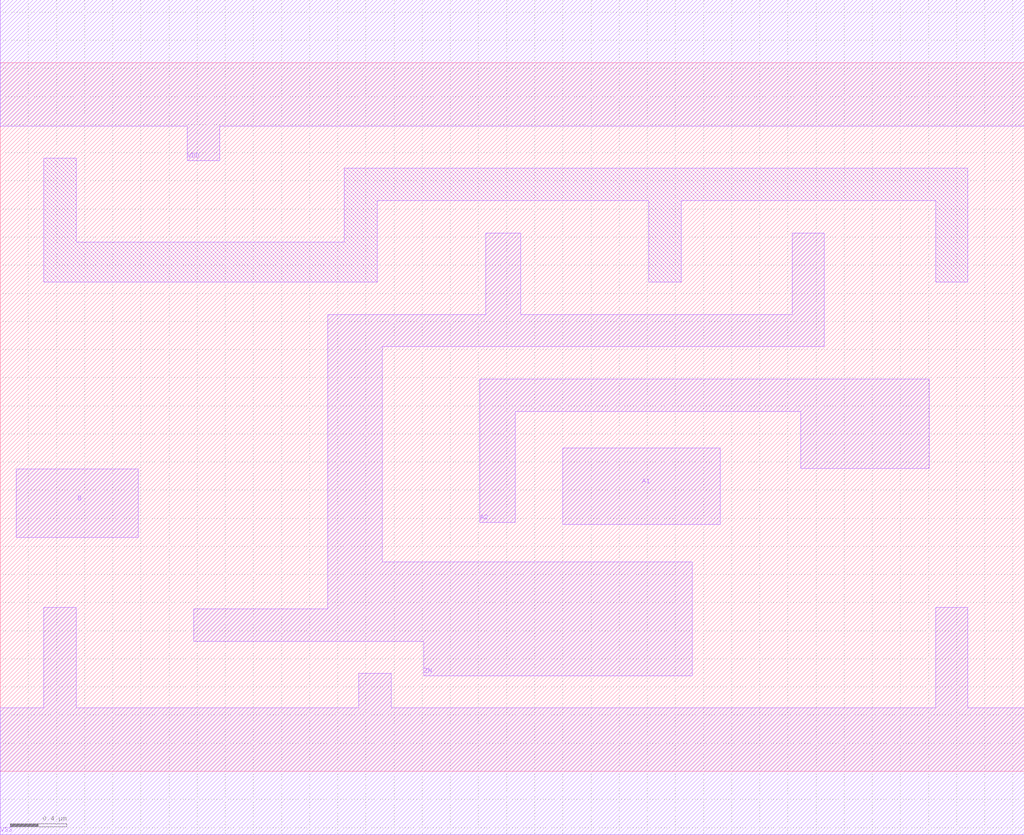
<source format=lef>
# Copyright 2022 GlobalFoundries PDK Authors
#
# Licensed under the Apache License, Version 2.0 (the "License");
# you may not use this file except in compliance with the License.
# You may obtain a copy of the License at
#
#      http://www.apache.org/licenses/LICENSE-2.0
#
# Unless required by applicable law or agreed to in writing, software
# distributed under the License is distributed on an "AS IS" BASIS,
# WITHOUT WARRANTIES OR CONDITIONS OF ANY KIND, either express or implied.
# See the License for the specific language governing permissions and
# limitations under the License.

MACRO gf180mcu_fd_sc_mcu9t5v0__aoi21_2
  CLASS core ;
  FOREIGN gf180mcu_fd_sc_mcu9t5v0__aoi21_2 0.0 0.0 ;
  ORIGIN 0 0 ;
  SYMMETRY X Y ;
  SITE GF018hv5v_green_sc9 ;
  SIZE 7.28 BY 5.04 ;
  PIN A1
    DIRECTION INPUT ;
    ANTENNAGATEAREA 3.414 ;
    PORT
      LAYER METAL1 ;
        POLYGON 4 1.755 5.12 1.755 5.12 2.3 4 2.3  ;
    END
  END A1
  PIN A2
    DIRECTION INPUT ;
    ANTENNAGATEAREA 3.414 ;
    PORT
      LAYER METAL1 ;
        POLYGON 3.41 1.77 3.66 1.77 3.66 2.56 5.69 2.56 5.69 2.155 6.605 2.155 6.605 2.79 3.41 2.79  ;
    END
  END A2
  PIN B
    DIRECTION INPUT ;
    ANTENNAGATEAREA 2.934 ;
    PORT
      LAYER METAL1 ;
        POLYGON 0.115 1.665 0.98 1.665 0.98 2.15 0.115 2.15  ;
    END
  END B
  PIN ZN
    DIRECTION OUTPUT ;
    ANTENNADIFFAREA 3.2876 ;
    PORT
      LAYER METAL1 ;
        POLYGON 2.715 3.02 5.86 3.02 5.86 3.83 5.63 3.83 5.63 3.25 3.7 3.25 3.7 3.83 3.45 3.83 3.45 3.25 2.33 3.25 2.33 1.155 1.375 1.155 1.375 0.925 3.01 0.925 3.01 0.68 4.92 0.68 4.92 1.49 2.715 1.49  ;
    END
  END ZN
  PIN VDD
    DIRECTION INOUT ;
    USE power ;
    SHAPE ABUTMENT ;
    PORT
      LAYER METAL1 ;
        POLYGON 0 4.59 1.33 4.59 1.33 4.345 1.56 4.345 1.56 4.59 6.88 4.59 7.28 4.59 7.28 5.49 6.88 5.49 0 5.49  ;
    END
  END VDD
  PIN VSS
    DIRECTION INOUT ;
    USE ground ;
    SHAPE ABUTMENT ;
    PORT
      LAYER METAL1 ;
        POLYGON 0 -0.45 7.28 -0.45 7.28 0.45 6.88 0.45 6.88 1.165 6.65 1.165 6.65 0.45 2.78 0.45 2.78 0.695 2.55 0.695 2.55 0.45 0.54 0.45 0.54 1.165 0.31 1.165 0.31 0.45 0 0.45  ;
    END
  END VSS
  OBS
      LAYER METAL1 ;
        POLYGON 0.31 3.48 2.68 3.48 2.68 4.06 4.61 4.06 4.61 3.48 4.84 3.48 4.84 4.06 6.65 4.06 6.65 3.48 6.88 3.48 6.88 4.29 2.445 4.29 2.445 3.765 0.54 3.765 0.54 4.36 0.31 4.36  ;
  END
END gf180mcu_fd_sc_mcu9t5v0__aoi21_2

</source>
